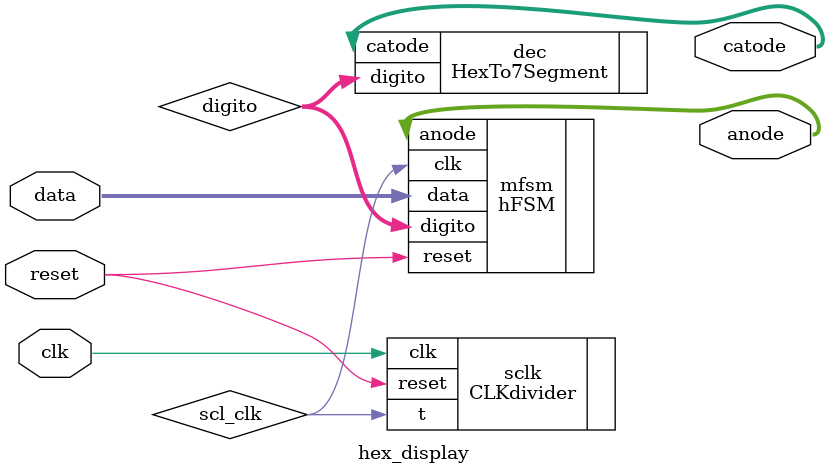
<source format=v>
`timescale 1ns / 1ps

module hex_display(
    input clk,
    input reset,
    input [15:0] data,
    output wire [3:0] anode,
    output wire [7:0] catode
);
    wire scl_clk;
    wire [3:0] digito;
    
    CLKdivider sclk(
        .clk(clk),
        .reset(reset),
        .t(scl_clk)
    );
    
    hFSM mfsm(
        .clk(scl_clk),
        .reset(reset),
        .data(data),
        .digito(digito),
        .anode(anode)
    );
    
    HexTo7Segment dec(
        .digito(digito),
        .catode(catode)
    );
endmodule


</source>
